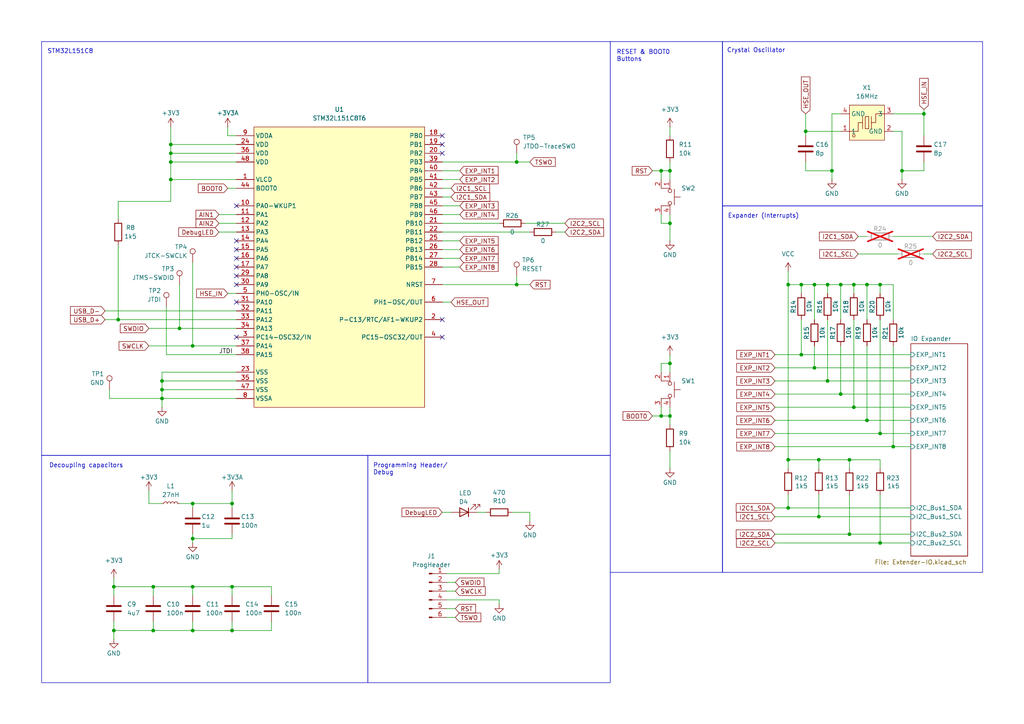
<source format=kicad_sch>
(kicad_sch (version 20231120) (generator "eeschema") (generator_version "8.0")
  (paper "A4")
  (title_block (title "Microcontroller logic and I2C busses") (date "2024-10-18") (rev "v0.9.2"))
  (lib_symbols
    (symbol "Connector:Conn_01x06_Pin" (pin_names (offset 1.016) hide)
      (property "Reference" "J" (at 0 7.62 0))
      (property "Value" "Conn_01x06_Pin" (at 0 -10.16 0))
      (symbol "Conn_01x06_Pin_1_1"
        (polyline (pts (xy 1.27 -7.62) (xy 0.8636 -7.62)) (stroke (width 0.1524)))
        (polyline (pts (xy 1.27 -5.08) (xy 0.8636 -5.08)) (stroke (width 0.1524)))
        (polyline (pts (xy 1.27 -2.54) (xy 0.8636 -2.54)) (stroke (width 0.1524)))
        (polyline (pts (xy 1.27 0) (xy 0.8636 0)) (stroke (width 0.1524)))
        (polyline (pts (xy 1.27 2.54) (xy 0.8636 2.54)) (stroke (width 0.1524)))
        (polyline (pts (xy 1.27 5.08) (xy 0.8636 5.08)) (stroke (width 0.1524)))
        (rectangle (start 0.8636 -7.493) (end 0 -7.747) (stroke (width 0.1524)) (fill (type outline)))
        (rectangle (start 0.8636 -4.953) (end 0 -5.207) (stroke (width 0.1524)) (fill (type outline)))
        (rectangle (start 0.8636 -2.413) (end 0 -2.667) (stroke (width 0.1524)) (fill (type outline)))
        (rectangle (start 0.8636 0.127) (end 0 -0.127) (stroke (width 0.1524)) (fill (type outline)))
        (rectangle (start 0.8636 2.667) (end 0 2.413) (stroke (width 0.1524)) (fill (type outline)))
        (rectangle (start 0.8636 5.207) (end 0 4.953) (stroke (width 0.1524)) (fill (type outline)))
        (pin passive line (at 5.08 5.08 180) (length 3.81) (name "Pin_1") (number "1"))
        (pin passive line (at 5.08 2.54 180) (length 3.81) (name "Pin_2") (number "2"))
        (pin passive line (at 5.08 0 180) (length 3.81) (name "Pin_3") (number "3"))
        (pin passive line (at 5.08 -2.54 180) (length 3.81) (name "Pin_4") (number "4"))
        (pin passive line (at 5.08 -5.08 180) (length 3.81) (name "Pin_5") (number "5"))
        (pin passive line (at 5.08 -7.62 180) (length 3.81) (name "Pin_6") (number "6"))
      )
    )
    (symbol "Connector:TestPoint" (pin_numbers hide) (pin_names (offset 0.762) hide)
      (property "Reference" "TP" (at 0 6.858 0))
      (property "Value" "TestPoint" (at 0 5.08 0))
      (symbol "TestPoint_0_1"
        (circle (center 0 3.302) (radius 0.762))
      )
      (symbol "TestPoint_1_1"
        (pin passive line (at 0 0 90) (length 2.54) (name "1") (number "1"))
      )
    )
    (symbol "Device:C" (pin_numbers hide) (pin_names (offset 0.254))
      (property "Reference" "C" (at 0.635 2.54 0))
      (property "Value" "C" (at 0.635 -2.54 0))
      (symbol "C_0_1"
        (polyline (pts (xy -2.032 -0.762) (xy 2.032 -0.762)) (stroke (width 0.508)))
        (polyline (pts (xy -2.032 0.762) (xy 2.032 0.762)) (stroke (width 0.508)))
      )
      (symbol "C_1_1"
        (pin passive line (at 0 3.81 270) (length 2.794) (name "~") (number "1"))
        (pin passive line (at 0 -3.81 90) (length 2.794) (name "~") (number "2"))
      )
    )
    (symbol "Device:LED" (pin_numbers hide) (pin_names (offset 1.016) hide)
      (property "Reference" "D" (at 0 2.54 0))
      (property "Value" "LED" (at 0 -2.54 0))
      (symbol "LED_0_1"
        (polyline (pts (xy -1.27 -1.27) (xy -1.27 1.27)) (stroke (width 0.254)))
        (polyline (pts (xy -1.27 0) (xy 1.27 0)))
        (polyline (pts (xy 1.27 -1.27) (xy 1.27 1.27) (xy -1.27 0) (xy 1.27 -1.27)) (stroke (width 0.254)))
        (polyline (pts (xy -3.048 -0.762) (xy -4.572 -2.286) (xy -3.81 -2.286) (xy -4.572 -2.286) (xy -4.572 -1.524)))
        (polyline (pts (xy -1.778 -0.762) (xy -3.302 -2.286) (xy -2.54 -2.286) (xy -3.302 -2.286) (xy -3.302 -1.524)))
      )
      (symbol "LED_1_1"
        (pin passive line (at -3.81 0 0) (length 2.54) (name "K") (number "1"))
        (pin passive line (at 3.81 0 180) (length 2.54) (name "A") (number "2"))
      )
    )
    (symbol "Device:L_Small" (pin_numbers hide) (pin_names (offset 0.254) hide)
      (property "Reference" "L" (at 0.762 1.016 0))
      (property "Value" "L_Small" (at 0.762 -1.016 0))
      (symbol "L_Small_0_1"
        (arc (start 0 -2.032) (mid 0.5058 -1.524) (end 0 -1.016))
        (arc (start 0 -1.016) (mid 0.5058 -0.508) (end 0 0))
        (arc (start 0 0) (mid 0.5058 0.508) (end 0 1.016))
        (arc (start 0 1.016) (mid 0.5058 1.524) (end 0 2.032))
      )
      (symbol "L_Small_1_1"
        (pin passive line (at 0 2.54 270) (length 0.508) (name "~") (number "1"))
        (pin passive line (at 0 -2.54 90) (length 0.508) (name "~") (number "2"))
      )
    )
    (symbol "Device:R" (pin_numbers hide) (pin_names (offset 0))
      (property "Reference" "R" (at 2.032 0 90))
      (property "Value" "R" (at 0 0 90))
      (symbol "R_0_1"
        (rectangle (start -1.016 -2.54) (end 1.016 2.54) (stroke (width 0.254)))
      )
      (symbol "R_1_1"
        (pin passive line (at 0 3.81 270) (length 1.27) (name "~") (number "1"))
        (pin passive line (at 0 -3.81 90) (length 1.27) (name "~") (number "2"))
      )
    )
    (symbol "Switch:SW_MEC_5E" (pin_names (offset 1.016) hide)
      (property "Reference" "SW" (at 0.635 5.715 0))
      (property "Value" "SW_MEC_5E" (at 0 -3.175 0))
      (symbol "SW_MEC_5E_0_1"
        (circle (center -1.778 2.54) (radius 0.508))
        (polyline (pts (xy -2.286 3.81) (xy 2.286 3.81)))
        (polyline (pts (xy 0 3.81) (xy 0 5.588)))
        (polyline (pts (xy -2.54 0) (xy -2.54 2.54) (xy -2.286 2.54)))
        (polyline (pts (xy 2.54 0) (xy 2.54 2.54) (xy 2.286 2.54)))
        (circle (center 1.778 2.54) (radius 0.508))
        (pin passive line (at -5.08 2.54 0) (length 2.54) (name "1") (number "1"))
        (pin passive line (at -5.08 0 0) (length 2.54) (name "2") (number "2"))
        (pin passive line (at 5.08 0 180) (length 2.54) (name "K") (number "3"))
        (pin passive line (at 5.08 2.54 180) (length 2.54) (name "A") (number "4"))
      )
    )
    (symbol "easyeda2kicad:STM32L151C8T6"
      (property "Reference" "U" (at 0 43.18 0))
      (property "Value" "STM32L151C8T6" (at 0 -43.18 0))
      (symbol "STM32L151C8T6_0_1"
        (rectangle (start -25.4 40.64) (end 24.13 -40.64) (fill (type background)))
        (pin power_in line (at -30.48 25.4 0) (length 5.08) (name "VLCD") (number "1"))
        (pin unspecified line (at -30.48 17.78 0) (length 5.08) (name "PA0-WKUP1") (number "10"))
        (pin unspecified line (at -30.48 15.24 0) (length 5.08) (name "PA1") (number "11"))
        (pin unspecified line (at -30.48 12.7 0) (length 5.08) (name "PA2") (number "12"))
        (pin unspecified line (at -30.48 10.16 0) (length 5.08) (name "PA3") (number "13"))
        (pin unspecified line (at -30.48 7.62 0) (length 5.08) (name "PA4") (number "14"))
        (pin unspecified line (at -30.48 5.08 0) (length 5.08) (name "PA5") (number "15"))
        (pin unspecified line (at -30.48 2.54 0) (length 5.08) (name "PA6") (number "16"))
        (pin unspecified line (at -30.48 0 0) (length 5.08) (name "PA7") (number "17"))
        (pin unspecified line (at 29.21 38.1 180) (length 5.08) (name "PB0") (number "18"))
        (pin unspecified line (at 29.21 35.56 180) (length 5.08) (name "PB1") (number "19"))
        (pin unspecified line (at 29.21 -15.24 180) (length 5.08) (name "P-C13/RTC/AF1-WKUP2") (number "2"))
        (pin unspecified line (at 29.21 33.02 180) (length 5.08) (name "PB2") (number "20"))
        (pin unspecified line (at 29.21 12.7 180) (length 5.08) (name "PB10") (number "21"))
        (pin unspecified line (at 29.21 10.16 180) (length 5.08) (name "PB11") (number "22"))
        (pin power_in line (at -30.48 -30.48 0) (length 5.08) (name "VSS") (number "23"))
        (pin power_in line (at -30.48 35.56 0) (length 5.08) (name "VDD") (number "24"))
        (pin unspecified line (at 29.21 7.62 180) (length 5.08) (name "PB12") (number "25"))
        (pin unspecified line (at 29.21 5.08 180) (length 5.08) (name "PB13") (number "26"))
        (pin unspecified line (at 29.21 2.54 180) (length 5.08) (name "PB14") (number "27"))
        (pin unspecified line (at 29.21 0 180) (length 5.08) (name "PB15") (number "28"))
        (pin unspecified line (at -30.48 -2.54 0) (length 5.08) (name "PA8") (number "29"))
        (pin input line (at -30.48 -20.32 0) (length 5.08) (name "PC14-OSC32/IN") (number "3"))
        (pin unspecified line (at -30.48 -5.08 0) (length 5.08) (name "PA9") (number "30"))
        (pin unspecified line (at -30.48 -10.16 0) (length 5.08) (name "PA10") (number "31"))
        (pin unspecified line (at -30.48 -12.7 0) (length 5.08) (name "PA11") (number "32"))
        (pin unspecified line (at -30.48 -15.24 0) (length 5.08) (name "PA12") (number "33"))
        (pin unspecified line (at -30.48 -17.78 0) (length 5.08) (name "PA13") (number "34"))
        (pin power_in line (at -30.48 -33.02 0) (length 5.08) (name "VSS") (number "35"))
        (pin power_in line (at -30.48 33.02 0) (length 5.08) (name "VDD") (number "36"))
        (pin unspecified line (at -30.48 -22.86 0) (length 5.08) (name "PA14") (number "37"))
        (pin unspecified line (at -30.48 -25.4 0) (length 5.08) (name "PA15") (number "38"))
        (pin unspecified line (at 29.21 30.48 180) (length 5.08) (name "PB3") (number "39"))
        (pin output line (at 29.21 -20.32 180) (length 5.08) (name "PC15-OSC32/OUT") (number "4"))
        (pin unspecified line (at 29.21 27.94 180) (length 5.08) (name "PB4") (number "40"))
        (pin unspecified line (at 29.21 25.4 180) (length 5.08) (name "PB5") (number "41"))
        (pin unspecified line (at 29.21 22.86 180) (length 5.08) (name "PB6") (number "42"))
        (pin unspecified line (at 29.21 20.32 180) (length 5.08) (name "PB7") (number "43"))
        (pin input line (at -30.48 22.86 0) (length 5.08) (name "BOOT0") (number "44"))
        (pin unspecified line (at 29.21 17.78 180) (length 5.08) (name "PB8") (number "45"))
        (pin unspecified line (at 29.21 15.24 180) (length 5.08) (name "PB9") (number "46"))
        (pin power_in line (at -30.48 -35.56 0) (length 5.08) (name "VSS") (number "47"))
        (pin power_in line (at -30.48 30.48 0) (length 5.08) (name "VDD") (number "48"))
        (pin input line (at -30.48 -7.62 0) (length 5.08) (name "PH0-OSC/IN") (number "5"))
        (pin output line (at 29.21 -10.16 180) (length 5.08) (name "PH1-OSC/OUT") (number "6"))
        (pin unspecified line (at 29.21 -5.08 180) (length 5.08) (name "NRST") (number "7"))
        (pin power_in line (at -30.48 -38.1 0) (length 5.08) (name "VSSA") (number "8"))
        (pin power_in line (at -30.48 38.1 0) (length 5.08) (name "VDDA") (number "9"))
      )
    )
    (symbol "easyeda2kicad:TZ0233A"
      (property "Reference" "X" (at 0 7.62 0))
      (property "Value" "TZ0233A" (at 0 -7.62 0))
      (symbol "TZ0233A_0_1"
        (rectangle (start -5.08 5.08) (end 5.08 -5.08) (fill (type background)))
        (circle (center -3.81 -3.81) (radius 0.38))
        (rectangle (start -0.51 1.78) (end 0.51 -1.78) (fill (type background)))
        (polyline (pts (xy -1.27 -1.78) (xy -1.27 1.78)))
        (polyline (pts (xy 1.27 -1.78) (xy 1.27 1.78)))
        (polyline (pts (xy -5.08 -2.54) (xy -2.54 -2.54) (xy -2.54 0) (xy -1.27 0)))
        (polyline (pts (xy 5.08 2.54) (xy 2.54 2.54) (xy 2.54 0) (xy 1.27 0)))
        (pin input line (at -7.62 -2.54 0) (length 2.54) (name "1") (number "1"))
        (pin input line (at 7.62 -2.54 180) (length 2.54) (name "GND") (number "2"))
        (pin input line (at 7.62 2.54 180) (length 2.54) (name "3") (number "3"))
        (pin input line (at -7.62 2.54 0) (length 2.54) (name "GND") (number "4"))
      )
    )
    (symbol "power:+3V3" (power) (pin_numbers hide) (pin_names (offset 0) hide)
      (property "Value" "+3V3" (at 0 3.556 0))
      (symbol "+3V3_0_1"
        (polyline (pts (xy -0.762 1.27) (xy 0 2.54)))
        (polyline (pts (xy 0 0) (xy 0 2.54)))
        (polyline (pts (xy 0 2.54) (xy 0.762 1.27)))
      )
      (symbol "+3V3_1_1"
        (pin power_in line (at 0 0 90) (length 0) (name "~") (number "1"))
      )
    )
    (symbol "power:GND" (power) (pin_numbers hide) (pin_names (offset 0) hide)
      (property "Value" "GND" (at 0 -3.81 0))
      (symbol "GND_0_1"
        (polyline (pts (xy 0 0) (xy 0 -1.27) (xy 1.27 -1.27) (xy 0 -2.54) (xy -1.27 -1.27) (xy 0 -1.27)))
      )
      (symbol "GND_1_1"
        (pin power_in line (at 0 0 270) (length 0) (name "~") (number "1"))
      )
    )
    (symbol "power:VCC" (power) (pin_numbers hide) (pin_names (offset 0) hide)
      (property "Value" "VCC" (at 0 3.556 0))
      (symbol "VCC_0_1"
        (polyline (pts (xy -0.762 1.27) (xy 0 2.54)))
        (polyline (pts (xy 0 0) (xy 0 2.54)))
        (polyline (pts (xy 0 2.54) (xy 0.762 1.27)))
      )
      (symbol "VCC_1_1"
        (pin power_in line (at 0 0 90) (length 0) (name "~") (number "1"))
      )
    )
  )
  (junction (at 233.68 38.1))
  (junction (at 44.45 170.18))
  (junction (at 194.31 64.77))
  (junction (at 33.02 182.88))
  (junction (at 44.45 182.88))
  (junction (at 255.27 157.48))
  (junction (at 228.6 147.32))
  (junction (at 246.38 133.35))
  (junction (at 236.22 82.55))
  (junction (at 34.29 92.71))
  (junction (at 191.77 120.65))
  (junction (at 259.08 129.54))
  (junction (at 52.07 95.25))
  (junction (at 267.97 33.02))
  (junction (at 33.02 170.18))
  (junction (at 232.41 102.87))
  (junction (at 237.49 133.35))
  (junction (at 67.31 146.05))
  (junction (at 240.03 110.49))
  (junction (at 194.31 120.65))
  (junction (at 46.99 115.57))
  (junction (at 243.84 114.3))
  (junction (at 149.86 82.55))
  (junction (at 251.46 121.92))
  (junction (at 194.31 105.41))
  (junction (at 228.6 133.35))
  (junction (at 46.99 110.49))
  (junction (at 55.88 100.33))
  (junction (at 194.31 49.53))
  (junction (at 67.31 182.88))
  (junction (at 46.99 113.03))
  (junction (at 55.88 182.88))
  (junction (at 49.53 41.91))
  (junction (at 55.88 156.21))
  (junction (at 149.86 46.99))
  (junction (at 247.65 82.55))
  (junction (at 255.27 125.73))
  (junction (at 237.49 149.86))
  (junction (at 49.53 52.07))
  (junction (at 246.38 154.94))
  (junction (at 191.77 49.53))
  (junction (at 247.65 118.11))
  (junction (at 49.53 46.99))
  (junction (at 228.6 82.55))
  (junction (at 255.27 82.55))
  (junction (at 240.03 82.55))
  (junction (at 55.88 170.18))
  (junction (at 232.41 82.55))
  (junction (at 251.46 82.55))
  (junction (at 67.31 170.18))
  (junction (at 55.88 146.05))
  (junction (at 236.22 106.68))
  (junction (at 49.53 44.45))
  (junction (at 241.3 49.53))
  (junction (at 243.84 82.55))
  (junction (at 261.62 49.53))
  (no_connect (at 68.58 80.01))
  (no_connect (at 68.58 72.39))
  (no_connect (at 128.27 41.91))
  (no_connect (at 128.27 39.37))
  (no_connect (at 68.58 69.85))
  (no_connect (at 68.58 97.79))
  (no_connect (at 68.58 82.55))
  (no_connect (at 128.27 97.79))
  (no_connect (at 128.27 44.45))
  (no_connect (at 68.58 87.63))
  (no_connect (at 68.58 77.47))
  (no_connect (at 128.27 92.71))
  (no_connect (at 68.58 74.93))
  (no_connect (at 68.58 59.69))
  (wire (pts (xy 33.02 170.18) (xy 44.45 170.18)))
  (wire (pts (xy 44.45 172.72) (xy 44.45 170.18)))
  (wire (pts (xy 43.18 146.05) (xy 46.99 146.05)))
  (wire (pts (xy 237.49 149.86) (xy 264.16 149.86)))
  (wire (pts (xy 144.78 175.26) (xy 144.78 173.99)))
  (wire (pts (xy 246.38 133.35) (xy 246.38 135.89)))
  (wire (pts (xy 246.38 143.51) (xy 246.38 154.94)))
  (wire (pts (xy 191.77 120.65) (xy 194.31 120.65)))
  (wire (pts (xy 194.31 64.77) (xy 194.31 69.85)))
  (wire (pts (xy 34.29 58.42) (xy 49.53 58.42)))
  (wire (pts (xy 52.07 95.25) (xy 68.58 95.25)))
  (wire (pts (xy 224.79 149.86) (xy 237.49 149.86)))
  (wire (pts (xy 55.88 100.33) (xy 68.58 100.33)))
  (wire (pts (xy 67.31 180.34) (xy 67.31 182.88)))
  (wire (pts (xy 237.49 143.51) (xy 237.49 149.86)))
  (wire (pts (xy 133.35 72.39) (xy 128.27 72.39)))
  (wire (pts (xy 243.84 33.02) (xy 241.3 33.02)))
  (wire (pts (xy 237.49 133.35) (xy 237.49 135.89)))
  (wire (pts (xy 55.88 76.2) (xy 55.88 100.33)))
  (wire (pts (xy 63.5 64.77) (xy 68.58 64.77)))
  (wire (pts (xy 63.5 67.31) (xy 68.58 67.31)))
  (wire (pts (xy 66.04 85.09) (xy 68.58 85.09)))
  (wire (pts (xy 149.86 80.01) (xy 149.86 82.55)))
  (wire (pts (xy 128.27 46.99) (xy 149.86 46.99)))
  (wire (pts (xy 33.02 170.18) (xy 33.02 172.72)))
  (wire (pts (xy 52.07 146.05) (xy 55.88 146.05)))
  (wire (pts (xy 248.92 73.66) (xy 260.35 73.66)))
  (wire (pts (xy 267.97 33.02) (xy 259.08 33.02)))
  (wire (pts (xy 194.31 105.41) (xy 194.31 107.95)))
  (wire (pts (xy 129.54 168.91) (xy 132.08 168.91)))
  (wire (pts (xy 68.58 107.95) (xy 46.99 107.95)))
  (wire (pts (xy 224.79 106.68) (xy 236.22 106.68)))
  (wire (pts (xy 240.03 92.71) (xy 240.03 110.49)))
  (wire (pts (xy 224.79 102.87) (xy 232.41 102.87)))
  (wire (pts (xy 243.84 82.55) (xy 240.03 82.55)))
  (wire (pts (xy 224.79 154.94) (xy 246.38 154.94)))
  (wire (pts (xy 144.78 165.1) (xy 144.78 166.37)))
  (wire (pts (xy 33.02 180.34) (xy 33.02 182.88)))
  (wire (pts (xy 55.88 170.18) (xy 55.88 172.72)))
  (wire (pts (xy 52.07 82.55) (xy 52.07 95.25)))
  (wire (pts (xy 237.49 133.35) (xy 246.38 133.35)))
  (wire (pts (xy 128.27 67.31) (xy 153.67 67.31)))
  (wire (pts (xy 67.31 142.24) (xy 67.31 146.05)))
  (wire (pts (xy 259.08 100.33) (xy 259.08 129.54)))
  (wire (pts (xy 191.77 49.53) (xy 194.31 49.53)))
  (wire (pts (xy 259.08 129.54) (xy 264.16 129.54)))
  (wire (pts (xy 31.75 115.57) (xy 31.75 113.03)))
  (wire (pts (xy 243.84 114.3) (xy 264.16 114.3)))
  (wire (pts (xy 255.27 92.71) (xy 255.27 125.73)))
  (wire (pts (xy 149.86 46.99) (xy 149.86 44.45)))
  (wire (pts (xy 261.62 38.1) (xy 259.08 38.1)))
  (wire (pts (xy 67.31 170.18) (xy 67.31 172.72)))
  (wire (pts (xy 191.77 107.95) (xy 191.77 105.41)))
  (wire (pts (xy 148.59 148.59) (xy 153.67 148.59)))
  (wire (pts (xy 267.97 49.53) (xy 261.62 49.53)))
  (wire (pts (xy 236.22 82.55) (xy 240.03 82.55)))
  (wire (pts (xy 34.29 71.12) (xy 34.29 92.71)))
  (wire (pts (xy 46.99 110.49) (xy 68.58 110.49)))
  (wire (pts (xy 44.45 182.88) (xy 33.02 182.88)))
  (wire (pts (xy 49.53 58.42) (xy 49.53 52.07)))
  (wire (pts (xy 149.86 46.99) (xy 153.67 46.99)))
  (wire (pts (xy 194.31 36.83) (xy 194.31 39.37)))
  (wire (pts (xy 153.67 151.13) (xy 153.67 148.59)))
  (wire (pts (xy 194.31 120.65) (xy 194.31 123.19)))
  (wire (pts (xy 49.53 41.91) (xy 68.58 41.91)))
  (wire (pts (xy 128.27 77.47) (xy 133.35 77.47)))
  (wire (pts (xy 68.58 46.99) (xy 49.53 46.99)))
  (wire (pts (xy 232.41 82.55) (xy 236.22 82.55)))
  (wire (pts (xy 43.18 142.24) (xy 43.18 146.05)))
  (wire (pts (xy 241.3 33.02) (xy 241.3 49.53)))
  (wire (pts (xy 43.18 100.33) (xy 55.88 100.33)))
  (wire (pts (xy 224.79 157.48) (xy 255.27 157.48)))
  (wire (pts (xy 261.62 38.1) (xy 261.62 49.53)))
  (wire (pts (xy 44.45 170.18) (xy 55.88 170.18)))
  (wire (pts (xy 30.48 90.17) (xy 68.58 90.17)))
  (wire (pts (xy 133.35 62.23) (xy 128.27 62.23)))
  (wire (pts (xy 78.74 182.88) (xy 67.31 182.88)))
  (wire (pts (xy 233.68 38.1) (xy 233.68 39.37)))
  (wire (pts (xy 191.77 105.41) (xy 194.31 105.41)))
  (wire (pts (xy 133.35 74.93) (xy 128.27 74.93)))
  (wire (pts (xy 228.6 82.55) (xy 228.6 133.35)))
  (wire (pts (xy 233.68 49.53) (xy 241.3 49.53)))
  (wire (pts (xy 232.41 82.55) (xy 232.41 85.09)))
  (wire (pts (xy 55.88 156.21) (xy 67.31 156.21)))
  (wire (pts (xy 247.65 118.11) (xy 264.16 118.11)))
  (wire (pts (xy 49.53 52.07) (xy 49.53 46.99)))
  (wire (pts (xy 130.81 54.61) (xy 128.27 54.61)))
  (wire (pts (xy 55.88 182.88) (xy 44.45 182.88)))
  (wire (pts (xy 224.79 110.49) (xy 240.03 110.49)))
  (wire (pts (xy 78.74 170.18) (xy 78.74 172.72)))
  (wire (pts (xy 224.79 129.54) (xy 259.08 129.54)))
  (wire (pts (xy 46.99 107.95) (xy 46.99 110.49)))
  (wire (pts (xy 33.02 182.88) (xy 33.02 185.42)))
  (wire (pts (xy 129.54 173.99) (xy 144.78 173.99)))
  (wire (pts (xy 133.35 49.53) (xy 128.27 49.53)))
  (wire (pts (xy 67.31 182.88) (xy 55.88 182.88)))
  (wire (pts (xy 255.27 143.51) (xy 255.27 157.48)))
  (wire (pts (xy 194.31 130.81) (xy 194.31 135.89)))
  (wire (pts (xy 246.38 154.94) (xy 264.16 154.94)))
  (wire (pts (xy 255.27 157.48) (xy 264.16 157.48)))
  (wire (pts (xy 49.53 52.07) (xy 68.58 52.07)))
  (wire (pts (xy 194.31 118.11) (xy 194.31 120.65)))
  (wire (pts (xy 236.22 106.68) (xy 264.16 106.68)))
  (wire (pts (xy 255.27 82.55) (xy 255.27 85.09)))
  (wire (pts (xy 55.88 180.34) (xy 55.88 182.88)))
  (wire (pts (xy 44.45 180.34) (xy 44.45 182.88)))
  (wire (pts (xy 243.84 100.33) (xy 243.84 114.3)))
  (wire (pts (xy 43.18 95.25) (xy 52.07 95.25)))
  (wire (pts (xy 194.31 49.53) (xy 194.31 52.07)))
  (wire (pts (xy 243.84 82.55) (xy 243.84 92.71)))
  (wire (pts (xy 267.97 31.75) (xy 267.97 33.02)))
  (wire (pts (xy 191.77 52.07) (xy 191.77 49.53)))
  (wire (pts (xy 49.53 46.99) (xy 49.53 44.45)))
  (wire (pts (xy 247.65 82.55) (xy 243.84 82.55)))
  (wire (pts (xy 66.04 36.83) (xy 66.04 39.37)))
  (wire (pts (xy 67.31 154.94) (xy 67.31 156.21)))
  (wire (pts (xy 247.65 92.71) (xy 247.65 118.11)))
  (wire (pts (xy 149.86 82.55) (xy 153.67 82.55)))
  (wire (pts (xy 68.58 102.87) (xy 48.26 102.87)))
  (wire (pts (xy 194.31 105.41) (xy 194.31 102.87)))
  (wire (pts (xy 130.81 148.59) (xy 128.27 148.59)))
  (wire (pts (xy 232.41 102.87) (xy 264.16 102.87)))
  (wire (pts (xy 55.88 170.18) (xy 67.31 170.18)))
  (wire (pts (xy 129.54 166.37) (xy 144.78 166.37)))
  (wire (pts (xy 233.68 46.99) (xy 233.68 49.53)))
  (wire (pts (xy 68.58 115.57) (xy 46.99 115.57)))
  (wire (pts (xy 241.3 49.53) (xy 241.3 52.07)))
  (wire (pts (xy 67.31 170.18) (xy 78.74 170.18)))
  (wire (pts (xy 194.31 49.53) (xy 194.31 46.99)))
  (wire (pts (xy 191.77 118.11) (xy 191.77 120.65)))
  (wire (pts (xy 34.29 58.42) (xy 34.29 63.5)))
  (wire (pts (xy 267.97 46.99) (xy 267.97 49.53)))
  (wire (pts (xy 68.58 44.45) (xy 49.53 44.45)))
  (wire (pts (xy 255.27 125.73) (xy 264.16 125.73)))
  (wire (pts (xy 133.35 69.85) (xy 128.27 69.85)))
  (wire (pts (xy 152.4 64.77) (xy 163.83 64.77)))
  (wire (pts (xy 163.83 67.31) (xy 161.29 67.31)))
  (wire (pts (xy 255.27 133.35) (xy 246.38 133.35)))
  (wire (pts (xy 55.88 146.05) (xy 55.88 147.32)))
  (wire (pts (xy 259.08 68.58) (xy 270.51 68.58)))
  (wire (pts (xy 251.46 121.92) (xy 264.16 121.92)))
  (wire (pts (xy 140.97 148.59) (xy 138.43 148.59)))
  (wire (pts (xy 267.97 73.66) (xy 270.51 73.66)))
  (wire (pts (xy 236.22 100.33) (xy 236.22 106.68)))
  (wire (pts (xy 236.22 82.55) (xy 236.22 92.71)))
  (wire (pts (xy 67.31 147.32) (xy 67.31 146.05)))
  (wire (pts (xy 46.99 115.57) (xy 46.99 118.11)))
  (wire (pts (xy 55.88 156.21) (xy 55.88 157.48)))
  (wire (pts (xy 224.79 114.3) (xy 243.84 114.3)))
  (wire (pts (xy 34.29 92.71) (xy 68.58 92.71)))
  (wire (pts (xy 191.77 62.23) (xy 191.77 64.77)))
  (wire (pts (xy 240.03 110.49) (xy 264.16 110.49)))
  (wire (pts (xy 129.54 176.53) (xy 132.08 176.53)))
  (wire (pts (xy 248.92 68.58) (xy 251.46 68.58)))
  (wire (pts (xy 66.04 54.61) (xy 68.58 54.61)))
  (wire (pts (xy 55.88 154.94) (xy 55.88 156.21)))
  (wire (pts (xy 194.31 64.77) (xy 194.31 62.23)))
  (wire (pts (xy 133.35 52.07) (xy 128.27 52.07)))
  (wire (pts (xy 66.04 39.37) (xy 68.58 39.37)))
  (wire (pts (xy 133.35 59.69) (xy 128.27 59.69)))
  (wire (pts (xy 259.08 92.71) (xy 259.08 82.55)))
  (wire (pts (xy 49.53 36.83) (xy 49.53 41.91)))
  (wire (pts (xy 251.46 82.55) (xy 247.65 82.55)))
  (wire (pts (xy 228.6 82.55) (xy 228.6 78.74)))
  (wire (pts (xy 255.27 82.55) (xy 251.46 82.55)))
  (wire (pts (xy 46.99 110.49) (xy 46.99 113.03)))
  (wire (pts (xy 228.6 143.51) (xy 228.6 147.32)))
  (wire (pts (xy 251.46 100.33) (xy 251.46 121.92)))
  (wire (pts (xy 233.68 33.02) (xy 233.68 38.1)))
  (wire (pts (xy 255.27 135.89) (xy 255.27 133.35)))
  (wire (pts (xy 247.65 82.55) (xy 247.65 85.09)))
  (wire (pts (xy 46.99 113.03) (xy 68.58 113.03)))
  (wire (pts (xy 130.81 57.15) (xy 128.27 57.15)))
  (wire (pts (xy 189.23 49.53) (xy 191.77 49.53)))
  (wire (pts (xy 55.88 146.05) (xy 67.31 146.05)))
  (wire (pts (xy 78.74 180.34) (xy 78.74 182.88)))
  (wire (pts (xy 267.97 33.02) (xy 267.97 39.37)))
  (wire (pts (xy 228.6 133.35) (xy 237.49 133.35)))
  (wire (pts (xy 63.5 62.23) (xy 68.58 62.23)))
  (wire (pts (xy 129.54 179.07) (xy 132.08 179.07)))
  (wire (pts (xy 240.03 82.55) (xy 240.03 85.09)))
  (wire (pts (xy 33.02 167.64) (xy 33.02 170.18)))
  (wire (pts (xy 128.27 64.77) (xy 144.78 64.77)))
  (wire (pts (xy 189.23 120.65) (xy 191.77 120.65)))
  (wire (pts (xy 228.6 147.32) (xy 264.16 147.32)))
  (wire (pts (xy 130.81 87.63) (xy 128.27 87.63)))
  (wire (pts (xy 48.26 102.87) (xy 48.26 88.9)))
  (wire (pts (xy 224.79 147.32) (xy 228.6 147.32)))
  (wire (pts (xy 46.99 113.03) (xy 46.99 115.57)))
  (wire (pts (xy 30.48 92.71) (xy 34.29 92.71)))
  (wire (pts (xy 224.79 118.11) (xy 247.65 118.11)))
  (wire (pts (xy 255.27 82.55) (xy 259.08 82.55)))
  (wire (pts (xy 31.75 115.57) (xy 46.99 115.57)))
  (wire (pts (xy 233.68 38.1) (xy 243.84 38.1)))
  (wire (pts (xy 191.77 64.77) (xy 194.31 64.77)))
  (wire (pts (xy 129.54 171.45) (xy 132.08 171.45)))
  (wire (pts (xy 232.41 92.71) (xy 232.41 102.87)))
  (wire (pts (xy 224.79 121.92) (xy 251.46 121.92)))
  (wire (pts (xy 228.6 82.55) (xy 232.41 82.55)))
  (wire (pts (xy 228.6 133.35) (xy 228.6 135.89)))
  (wire (pts (xy 251.46 82.55) (xy 251.46 92.71)))
  (wire (pts (xy 261.62 49.53) (xy 261.62 52.07)))
  (wire (pts (xy 49.53 44.45) (xy 49.53 41.91)))
  (wire (pts (xy 224.79 125.73) (xy 255.27 125.73)))
  (wire (pts (xy 128.27 82.55) (xy 149.86 82.55)))
  (rectangle (start 106.68 132.08) (end 176.9968 198.0069))
  (rectangle (start 12.065 132.08) (end 106.68 198.007))
  (rectangle (start 209.55 12.065) (end 284.9968 59.69))
  (rectangle (start 176.9989 12.065) (end 209.55 166.0071))
  (rectangle (start 12.065 12.065) (end 177.0086 132.08))
  (rectangle (start 209.55 59.7088) (end 284.9925 166.0113))
  (text "STM32L151C8" (at 13.716 14.986 0) (effects (font (size 1.27 1.27)) (justify left)))
  (text "RESET & BOOT0 \nButtons" (at 178.816 14.478 0) (effects (font (size 1.27 1.27)) (justify left top)))
  (text "Crystal Oscillator" (at 210.82 13.97 0) (effects (font (size 1.27 1.27)) (justify left top)))
  (text "Decoupling capacitors" (at 14.224 134.366 0) (effects (font (size 1.27 1.27)) (justify left top)))
  (text "Programming Header/\nDebug\n\n" (at 108.204 134.366 0) (effects (font (size 1.27 1.27)) (justify left top)))
  (text "Expander (Interrupts)" (at 211.074 61.976 0) (effects (font (size 1.27 1.27)) (justify left top)))
  (label "JTDI" (at 63.5 102.87 0))
  (global_label "I2C1_SDA" (shape input) (at 224.79 147.32 180) (property "Intersheetrefs" "${INTERSHEET_REFS}" (effects (hide yes))))
  (global_label "I2C1_SCL" (shape input) (at 224.79 149.86 180) (property "Intersheetrefs" "${INTERSHEET_REFS}" (effects (hide yes))))
  (global_label "BOOT0" (shape input) (at 189.23 120.65 180) (property "Intersheetrefs" "${INTERSHEET_REFS}" (effects (hide yes))))
  (global_label "USB_D+" (shape input) (at 30.48 92.71 180) (property "Intersheetrefs" "${INTERSHEET_REFS}" (effects (hide yes))))
  (global_label "EXP_INT5" (shape input) (at 133.35 69.85 0) (property "Intersheetrefs" "${INTERSHEET_REFS}" (effects (hide yes))))
  (global_label "EXP_INT8" (shape input) (at 133.35 77.47 0) (property "Intersheetrefs" "${INTERSHEET_REFS}" (effects (hide yes))))
  (global_label "EXP_INT6" (shape input) (at 224.79 121.92 180) (property "Intersheetrefs" "${INTERSHEET_REFS}" (effects (hide yes))))
  (global_label "RST" (shape input) (at 132.08 176.53 0) (property "Intersheetrefs" "${INTERSHEET_REFS}" (effects (hide yes))))
  (global_label "EXP_INT2" (shape input) (at 224.79 106.68 180) (property "Intersheetrefs" "${INTERSHEET_REFS}" (effects (hide yes))))
  (global_label "TSWO" (shape input) (at 153.67 46.99 0) (property "Intersheetrefs" "${INTERSHEET_REFS}" (effects (hide yes))))
  (global_label "I2C2_SDA" (shape input) (at 163.83 67.31 0) (property "Intersheetrefs" "${INTERSHEET_REFS}" (effects (hide yes))))
  (global_label "HSE_IN" (shape input) (at 267.97 31.75 90) (property "Intersheetrefs" "${INTERSHEET_REFS}" (effects (hide yes))))
  (global_label "I2C2_SDA" (shape input) (at 224.79 154.94 180) (property "Intersheetrefs" "${INTERSHEET_REFS}" (effects (hide yes))))
  (global_label "I2C1_SCL" (shape input) (at 248.92 73.66 180) (property "Intersheetrefs" "${INTERSHEET_REFS}" (effects (hide yes))))
  (global_label "EXP_INT5" (shape input) (at 224.79 118.11 180) (property "Intersheetrefs" "${INTERSHEET_REFS}" (effects (hide yes))))
  (global_label "RST" (shape input) (at 189.23 49.53 180) (property "Intersheetrefs" "${INTERSHEET_REFS}" (effects (hide yes))))
  (global_label "BOOT0" (shape input) (at 66.04 54.61 180) (property "Intersheetrefs" "${INTERSHEET_REFS}" (effects (hide yes))))
  (global_label "I2C2_SCL" (shape input) (at 270.51 73.66 0) (property "Intersheetrefs" "${INTERSHEET_REFS}" (effects (hide yes))))
  (global_label "EXP_INT7" (shape input) (at 133.35 74.93 0) (property "Intersheetrefs" "${INTERSHEET_REFS}" (effects (hide yes))))
  (global_label "I2C1_SDA" (shape input) (at 248.92 68.58 180) (property "Intersheetrefs" "${INTERSHEET_REFS}" (effects (hide yes))))
  (global_label "SWDIO" (shape input) (at 132.08 168.91 0) (property "Intersheetrefs" "${INTERSHEET_REFS}" (effects (hide yes))))
  (global_label "HSE_OUT" (shape input) (at 233.68 33.02 90) (property "Intersheetrefs" "${INTERSHEET_REFS}" (effects (hide yes))))
  (global_label "RST" (shape input) (at 153.67 82.55 0) (property "Intersheetrefs" "${INTERSHEET_REFS}" (effects (hide yes))))
  (global_label "I2C2_SDA" (shape input) (at 270.51 68.58 0) (property "Intersheetrefs" "${INTERSHEET_REFS}" (effects (hide yes))))
  (global_label "AIN1" (shape input) (at 63.5 62.23 180) (property "Intersheetrefs" "${INTERSHEET_REFS}" (effects (hide yes))))
  (global_label "EXP_INT1" (shape input) (at 133.35 49.53 0) (property "Intersheetrefs" "${INTERSHEET_REFS}" (effects (hide yes))))
  (global_label "EXP_INT4" (shape input) (at 133.35 62.23 0) (property "Intersheetrefs" "${INTERSHEET_REFS}" (effects (hide yes))))
  (global_label "EXP_INT4" (shape input) (at 224.79 114.3 180) (property "Intersheetrefs" "${INTERSHEET_REFS}" (effects (hide yes))))
  (global_label "SWCLK" (shape input) (at 132.08 171.45 0) (property "Intersheetrefs" "${INTERSHEET_REFS}" (effects (hide yes))))
  (global_label "HSE_OUT" (shape input) (at 130.81 87.63 0) (property "Intersheetrefs" "${INTERSHEET_REFS}" (effects (hide yes))))
  (global_label "DebugLED" (shape input) (at 128.27 148.59 180) (property "Intersheetrefs" "${INTERSHEET_REFS}" (effects (hide yes))))
  (global_label "AIN2" (shape input) (at 63.5 64.77 180) (property "Intersheetrefs" "${INTERSHEET_REFS}" (effects (hide yes))))
  (global_label "I2C2_SCL" (shape input) (at 224.79 157.48 180) (property "Intersheetrefs" "${INTERSHEET_REFS}" (effects (hide yes))))
  (global_label "SWCLK" (shape input) (at 43.18 100.33 180) (property "Intersheetrefs" "${INTERSHEET_REFS}" (effects (hide yes))))
  (global_label "USB_D-" (shape input) (at 30.48 90.17 180) (property "Intersheetrefs" "${INTERSHEET_REFS}" (effects (hide yes))))
  (global_label "EXP_INT2" (shape input) (at 133.35 52.07 0) (property "Intersheetrefs" "${INTERSHEET_REFS}" (effects (hide yes))))
  (global_label "HSE_IN" (shape input) (at 66.04 85.09 180) (property "Intersheetrefs" "${INTERSHEET_REFS}" (effects (hide yes))))
  (global_label "EXP_INT3" (shape input) (at 133.35 59.69 0) (property "Intersheetrefs" "${INTERSHEET_REFS}" (effects (hide yes))))
  (global_label "EXP_INT6" (shape input) (at 133.35 72.39 0) (property "Intersheetrefs" "${INTERSHEET_REFS}" (effects (hide yes))))
  (global_label "I2C1_SCL" (shape input) (at 130.81 54.61 0) (property "Intersheetrefs" "${INTERSHEET_REFS}" (effects (hide yes))))
  (global_label "DebugLED" (shape input) (at 63.5 67.31 180) (property "Intersheetrefs" "${INTERSHEET_REFS}" (effects (hide yes))))
  (global_label "EXP_INT8" (shape input) (at 224.79 129.54 180) (property "Intersheetrefs" "${INTERSHEET_REFS}" (effects (hide yes))))
  (global_label "EXP_INT7" (shape input) (at 224.79 125.73 180) (property "Intersheetrefs" "${INTERSHEET_REFS}" (effects (hide yes))))
  (global_label "I2C1_SDA" (shape input) (at 130.81 57.15 0) (property "Intersheetrefs" "${INTERSHEET_REFS}" (effects (hide yes))))
  (global_label "I2C2_SCL" (shape input) (at 163.83 64.77 0) (property "Intersheetrefs" "${INTERSHEET_REFS}" (effects (hide yes))))
  (global_label "EXP_INT1" (shape input) (at 224.79 102.87 180) (property "Intersheetrefs" "${INTERSHEET_REFS}" (effects (hide yes))))
  (global_label "TSWO" (shape input) (at 132.08 179.07 0) (property "Intersheetrefs" "${INTERSHEET_REFS}" (effects (hide yes))))
  (global_label "SWDIO" (shape input) (at 43.18 95.25 180) (property "Intersheetrefs" "${INTERSHEET_REFS}" (effects (hide yes))))
  (global_label "EXP_INT3" (shape input) (at 224.79 110.49 180) (property "Intersheetrefs" "${INTERSHEET_REFS}" (effects (hide yes))))
  (symbol (lib_id "Device:R") (at 194.31 127 180) (unit 1)
    (property "Reference" "R9" (at 196.85 125.7299 0) (effects (justify right)))
    (property "Value" "10k" (at 196.85 128.2699 0) (effects (justify right)))
    (property "Footprint" "Resistor_SMD:R_0603_1608Metric" (effects (hide yes)))
    (property "Description" "Resistor" (effects (hide yes)))
  )
  (symbol (lib_id "Device:R") (at 255.27 68.58 90) (mirror x) (unit 1) (dnp yes)
    (property "Reference" "R24" (at 255.2065 66.3575 90))
    (property "Value" "0" (at 255.27 71.12 90))
    (property "Footprint" "Resistor_SMD:R_0603_1608Metric" (effects (hide yes)))
    (property "Description" "Resistor" (effects (hide yes)))
  )
  (symbol (lib_id "Device:R") (at 255.27 139.7 180) (unit 1)
    (property "Reference" "R23" (at 257.048 138.684 0) (effects (justify right)))
    (property "Value" "1k5" (at 257.302 140.97 0) (effects (justify right)))
    (property "Footprint" "Resistor_SMD:R_0603_1608Metric" (effects (hide yes)))
    (property "Description" "Resistor" (effects (hide yes)))
  )
  (symbol (lib_id "Device:R") (at 264.16 73.66 90) (mirror x) (unit 1) (dnp yes)
    (property "Reference" "R25" (at 264.0965 71.4375 90))
    (property "Value" "0" (at 264.16 76.2 90))
    (property "Footprint" "Resistor_SMD:R_0603_1608Metric" (effects (hide yes)))
    (property "Description" "Resistor" (effects (hide yes)))
  )
  (symbol (lib_id "Device:R") (at 246.38 139.7 180) (unit 1)
    (property "Reference" "R22" (at 248.158 138.684 0) (effects (justify right)))
    (property "Value" "1k5" (at 248.412 140.97 0) (effects (justify right)))
    (property "Footprint" "Resistor_SMD:R_0603_1608Metric" (effects (hide yes)))
    (property "Description" "Resistor" (effects (hide yes)))
  )
  (symbol (lib_id "Device:C") (at 67.31 151.13 180) (unit 1)
    (property "Reference" "C13" (at 69.85 149.86 0) (effects (justify right)))
    (property "Value" "100n" (at 69.85 152.4 0) (effects (justify right)))
    (property "Footprint" "Capacitor_SMD:C_0603_1608Metric" (effects (hide yes)))
    (property "Description" "Unpolarized capacitor" (effects (hide yes)))
  )
  (symbol (lib_id "Connector:TestPoint") (at 31.75 113.03 0) (mirror y) (unit 1)
    (property "Reference" "TP1" (at 30.226 108.458 0) (effects (justify left)))
    (property "Value" "GND" (at 30.226 110.998 0) (effects (justify left)))
    (property "Footprint" "TestPoint:TestPoint_Pad_D1.0mm" (effects (hide yes)))
    (property "Description" "test point" (effects (hide yes)))
  )
  (symbol (lib_id "power:GND") (at 194.31 69.85 0) (mirror y) (unit 1)
    (property "Reference" "#PWR039" (effects (hide yes)))
    (property "Value" "GND" (at 194.31 73.914 0))
    (property "Description" "Power symbol creates a global label with name \"GND\" , ground" (effects (hide yes)))
  )
  (symbol (lib_id "Switch:SW_MEC_5E") (at 191.77 57.15 270) (unit 1)
    (property "Reference" "SW2" (at 199.644 54.61 90))
    (property "Value" "TS-1187A-B-A-B" (effects (hide yes)))
    (property "Footprint" "easyeda2kicad:SW-SMD_4P-L5.1-W5.1-P3.70-LS6.5-TL-2" (effects (hide yes)))
    (property "Datasheet" "https://lcsc.com/product-detail/Tactile-Switches_XKB-Enterprise-TS-1187-B-A-A_C318884.html" (effects (hide yes)))
    (property "LCSC Part" "C318884" (effects (hide yes)))
  )
  (symbol (lib_id "power:+3V3") (at 194.31 102.87 0) (unit 1)
    (property "Reference" "#PWR036" (effects (hide yes)))
    (property "Value" "+3V3" (at 194.31 97.79 0))
    (property "Description" "Power symbol creates a global label with name \"+3V3\"" (effects (hide yes)))
  )
  (symbol (lib_id "Device:C") (at 267.97 43.18 180) (unit 1)
    (property "Reference" "C17" (at 270.764 41.91 0) (effects (justify right)))
    (property "Value" "8p" (at 270.764 44.45 0) (effects (justify right)))
    (property "Footprint" "Capacitor_SMD:C_0603_1608Metric" (effects (hide yes)))
    (property "Description" "Unpolarized capacitor" (effects (hide yes)))
  )
  (symbol (lib_id "Device:C") (at 78.74 176.53 180) (unit 1)
    (property "Reference" "C15" (at 82.55 175.2599 0) (effects (justify right)))
    (property "Value" "100n" (at 82.55 177.7999 0) (effects (justify right)))
    (property "Footprint" "Capacitor_SMD:C_0603_1608Metric" (effects (hide yes)))
    (property "Description" "Unpolarized capacitor" (effects (hide yes)))
  )
  (symbol (lib_id "Device:R") (at 144.78 148.59 90) (unit 1)
    (property "Reference" "R10" (at 146.812 145.288 90) (effects (justify left)))
    (property "Value" "470" (at 146.685 142.8751 90) (effects (justify left)))
    (property "Footprint" "Resistor_SMD:R_0603_1608Metric" (effects (hide yes)))
    (property "Description" "Resistor" (effects (hide yes)))
  )
  (symbol (lib_id "Device:C") (at 233.68 43.18 180) (unit 1)
    (property "Reference" "C16" (at 236.474 41.91 0) (effects (justify right)))
    (property "Value" "8p" (at 236.474 44.45 0) (effects (justify right)))
    (property "Footprint" "Capacitor_SMD:C_0603_1608Metric" (effects (hide yes)))
    (property "Description" "Unpolarized capacitor" (effects (hide yes)))
  )
  (symbol (lib_id "Device:L_Small") (at 49.53 146.05 90) (unit 1)
    (property "Reference" "L1" (at 49.53 140.97 90))
    (property "Value" "27nH" (at 49.53 143.51 90))
    (property "Footprint" "Inductor_SMD:L_0603_1608Metric" (effects (hide yes)))
    (property "Datasheet" "https://www.lcsc.com/product-detail/Inductors-SMD_Sunlord-SDCL1608C27NJTDF_C12100.html" (effects (hide yes)))
    (property "Description" "Inductor, small symbol" (effects (hide yes)))
    (property "LCSC Part" "C12100" (effects (hide yes)))
  )
  (symbol (lib_id "power:+3V3") (at 66.04 36.83 0) (unit 1)
    (property "Reference" "#PWR030" (effects (hide yes)))
    (property "Value" "+3V3A" (at 66.04 32.766 0))
    (property "Description" "Power symbol creates a global label with name \"+3V3\"" (effects (hide yes)))
  )
  (symbol (lib_id "Connector:Conn_01x06_Pin") (at 124.46 171.45 0) (unit 1)
    (property "Reference" "J1" (at 125.095 161.29 0))
    (property "Value" "ProgHeader" (at 125.095 163.83 0))
    (property "Footprint" "easyeda2kicad:HDR-SMD_6P-P2.54-V-M-LS4.8_R2" (effects (hide yes)))
    (property "Datasheet" "https://www.lcsc.com/product-detail/Pin-Headers_XKB-Connection-X6511WVS-06H-C60D48R2_C2883763.html" (effects (hide yes)))
    (property "Description" "Generic connector, single row, 01x06, script generated" (effects (hide yes)))
    (property "LCSC Part" "C2883763" (effects (hide yes)))
  )
  (symbol (lib_id "Device:R") (at 232.41 88.9 180) (unit 1)
    (property "Reference" "R14" (at 230.124 90.932 90) (effects (justify right)))
    (property "Value" "10k" (at 234.696 90.678 90) (effects (justify right)))
    (property "Footprint" "Resistor_SMD:R_0603_1608Metric" (effects (hide yes)))
    (property "Description" "Resistor" (effects (hide yes)))
  )
  (symbol (lib_id "Device:R") (at 259.08 96.52 180) (unit 1)
    (property "Reference" "R21" (at 256.794 98.552 90) (effects (justify right)))
    (property "Value" "10k" (at 261.366 98.298 90) (effects (justify right)))
    (property "Footprint" "Resistor_SMD:R_0603_1608Metric" (effects (hide yes)))
    (property "Description" "Resistor" (effects (hide yes)))
  )
  (symbol (lib_id "Connector:TestPoint") (at 55.88 76.2 0) (mirror y) (unit 1)
    (property "Reference" "TP4" (at 54.356 71.628 0) (effects (justify left)))
    (property "Value" "JTCK-SWCLK" (at 54.356 74.168 0) (effects (justify left)))
    (property "Footprint" "TestPoint:TestPoint_Pad_D1.0mm" (effects (hide yes)))
    (property "Description" "test point" (effects (hide yes)))
  )
  (symbol (lib_id "power:VCC") (at 228.6 78.74 0) (unit 1)
    (property "Reference" "#PWR040" (effects (hide yes)))
    (property "Value" "VCC" (at 228.6 73.66 0))
    (property "Description" "Power symbol creates a global label with name \"VCC\"" (effects (hide yes)))
  )
  (symbol (lib_id "easyeda2kicad:TZ0233A") (at 251.46 35.56 0) (unit 1)
    (property "Reference" "X1" (at 251.46 25.4 0))
    (property "Value" "16MHz" (at 251.46 27.94 0))
    (property "Footprint" "easyeda2kicad:CRYSTAL-SMD_4P-L3.2-W2.5-BL_SIT8008BI" (effects (hide yes)))
    (property "Datasheet" "https://lcsc.com/product-detail/New-Arrivals_TST-TZ0233A_C498200.html" (effects (hide yes)))
    (property "LCSC Part" "C498200" (effects (hide yes)))
  )
  (symbol (lib_id "power:GND") (at 55.88 157.48 0) (unit 1)
    (property "Reference" "#PWR034" (effects (hide yes)))
    (property "Value" "GND" (at 55.88 161.544 0))
    (property "Description" "Power symbol creates a global label with name \"GND\" , ground" (effects (hide yes)))
  )
  (symbol (lib_id "Device:R") (at 247.65 88.9 180) (unit 1)
    (property "Reference" "R18" (at 245.364 90.932 90) (effects (justify right)))
    (property "Value" "10k" (at 249.936 90.678 90) (effects (justify right)))
    (property "Footprint" "Resistor_SMD:R_0603_1608Metric" (effects (hide yes)))
    (property "Description" "Resistor" (effects (hide yes)))
  )
  (symbol (lib_id "Device:R") (at 237.49 139.7 180) (unit 1)
    (property "Reference" "R13" (at 239.268 138.684 0) (effects (justify right)))
    (property "Value" "1k5" (at 239.522 140.97 0) (effects (justify right)))
    (property "Footprint" "Resistor_SMD:R_0603_1608Metric" (effects (hide yes)))
    (property "Description" "Resistor" (effects (hide yes)))
  )
  (symbol (lib_id "Device:R") (at 228.6 139.7 180) (unit 1)
    (property "Reference" "R12" (at 230.378 138.684 0) (effects (justify right)))
    (property "Value" "1k5" (at 230.632 140.97 0) (effects (justify right)))
    (property "Footprint" "Resistor_SMD:R_0603_1608Metric" (effects (hide yes)))
    (property "Description" "Resistor" (effects (hide yes)))
  )
  (symbol (lib_id "Device:C") (at 67.31 176.53 180) (unit 1)
    (property "Reference" "C14" (at 71.12 175.2599 0) (effects (justify right)))
    (property "Value" "100n" (at 71.12 177.7999 0) (effects (justify right)))
    (property "Footprint" "Capacitor_SMD:C_0603_1608Metric" (effects (hide yes)))
    (property "Description" "Unpolarized capacitor" (effects (hide yes)))
  )
  (symbol (lib_id "power:GND") (at 261.62 52.07 0) (unit 1)
    (property "Reference" "#PWR042" (effects (hide yes)))
    (property "Value" "GND" (at 261.62 56.134 0))
    (property "Description" "Power symbol creates a global label with name \"GND\" , ground" (effects (hide yes)))
  )
  (symbol (lib_id "Device:R") (at 255.27 88.9 180) (unit 1)
    (property "Reference" "R20" (at 252.984 90.932 90) (effects (justify right)))
    (property "Value" "10k" (at 257.556 90.678 90) (effects (justify right)))
    (property "Footprint" "Resistor_SMD:R_0603_1608Metric" (effects (hide yes)))
    (property "Description" "Resistor" (effects (hide yes)))
  )
  (symbol (lib_id "power:GND") (at 46.99 118.11 0) (unit 1)
    (property "Reference" "#PWR025" (effects (hide yes)))
    (property "Value" "GND" (at 46.99 122.174 0))
    (property "Description" "Power symbol creates a global label with name \"GND\" , ground" (effects (hide yes)))
  )
  (symbol (lib_id "Connector:TestPoint") (at 149.86 44.45 0) (unit 1)
    (property "Reference" "TP5" (at 151.638 39.878 0) (effects (justify left)))
    (property "Value" "JTDO-TraceSWO" (at 151.638 42.418 0) (effects (justify left)))
    (property "Footprint" "TestPoint:TestPoint_Pad_D1.0mm" (effects (hide yes)))
    (property "Description" "test point" (effects (hide yes)))
  )
  (symbol (lib_id "power:GND") (at 241.3 52.07 0) (unit 1)
    (property "Reference" "#PWR041" (effects (hide yes)))
    (property "Value" "GND" (at 241.3 56.134 0))
    (property "Description" "Power symbol creates a global label with name \"GND\" , ground" (effects (hide yes)))
  )
  (symbol (lib_id "Device:R") (at 34.29 67.31 0) (mirror y) (unit 1)
    (property "Reference" "R8" (at 37.846 66.04 0))
    (property "Value" "1k5" (at 37.846 68.58 0))
    (property "Footprint" "Resistor_SMD:R_0603_1608Metric" (effects (hide yes)))
    (property "Description" "Resistor" (effects (hide yes)))
  )
  (symbol (lib_id "easyeda2kicad:STM32L151C8T6") (at 99.06 77.47 0) (unit 1)
    (property "Reference" "U1" (at 98.425 31.75 0))
    (property "Value" "STM32L151C8T6" (at 98.425 34.29 0))
    (property "Footprint" "easyeda2kicad:LQFP-48_L7.0-W7.0-P0.50-LS9.0-BL" (effects (hide yes)))
    (property "Datasheet" "https://lcsc.com/product-detail/ST-Microelectronics_STMicroelectronics_STM32L151C8T6_STM32L151C8T6_C9861.html" (effects (hide yes)))
    (property "LCSC Part" "C9861" (effects (hide yes)))
  )
  (symbol (lib_id "power:+3V3") (at 67.31 142.24 0) (unit 1)
    (property "Reference" "#PWR035" (effects (hide yes)))
    (property "Value" "+3V3A" (at 67.31 138.43 0))
    (property "Description" "Power symbol creates a global label with name \"+3V3\"" (effects (hide yes)))
  )
  (symbol (lib_id "power:+3V3") (at 194.31 36.83 0) (unit 1)
    (property "Reference" "#PWR038" (effects (hide yes)))
    (property "Value" "+3V3" (at 194.31 31.75 0))
    (property "Description" "Power symbol creates a global label with name \"+3V3\"" (effects (hide yes)))
  )
  (symbol (lib_id "Device:R") (at 157.48 67.31 90) (mirror x) (unit 1)
    (property "Reference" "R27" (at 157.4165 65.0875 90))
    (property "Value" "0" (at 157.48 69.85 90))
    (property "Footprint" "Resistor_SMD:R_0603_1608Metric" (effects (hide yes)))
    (property "Description" "Resistor" (effects (hide yes)))
  )
  (symbol (lib_id "power:GND") (at 194.31 135.89 0) (mirror y) (unit 1)
    (property "Reference" "#PWR037" (effects (hide yes)))
    (property "Value" "GND" (at 194.31 139.954 0))
    (property "Description" "Power symbol creates a global label with name \"GND\" , ground" (effects (hide yes)))
  )
  (symbol (lib_id "Connector:TestPoint") (at 52.07 82.55 0) (mirror y) (unit 1)
    (property "Reference" "TP3" (at 50.546 77.978 0) (effects (justify left)))
    (property "Value" "JTMS-SWDIO" (at 50.546 80.518 0) (effects (justify left)))
    (property "Footprint" "TestPoint:TestPoint_Pad_D1.0mm" (effects (hide yes)))
    (property "Description" "test point" (effects (hide yes)))
  )
  (symbol (lib_id "power:+3V3") (at 144.78 165.1 0) (mirror y) (unit 1)
    (property "Reference" "#PWR044" (effects (hide yes)))
    (property "Value" "+3V3" (at 144.78 161.036 0))
    (property "Description" "Power symbol creates a global label with name \"+3V3\"" (effects (hide yes)))
  )
  (symbol (lib_id "Device:R") (at 251.46 96.52 180) (unit 1)
    (property "Reference" "R19" (at 248.92 98.552 90) (effects (justify right)))
    (property "Value" "10k" (at 253.746 98.298 90) (effects (justify right)))
    (property "Footprint" "Resistor_SMD:R_0603_1608Metric" (effects (hide yes)))
    (property "Description" "Resistor" (effects (hide yes)))
  )
  (symbol (lib_id "power:+3V3") (at 49.53 36.83 0) (unit 1)
    (property "Reference" "#PWR028" (effects (hide yes)))
    (property "Value" "+3V3" (at 49.53 32.766 0))
    (property "Description" "Power symbol creates a global label with name \"+3V3\"" (effects (hide yes)))
  )
  (symbol (lib_id "Device:C") (at 55.88 176.53 180) (unit 1)
    (property "Reference" "C11" (at 59.69 175.2599 0) (effects (justify right)))
    (property "Value" "100n" (at 59.69 177.7999 0) (effects (justify right)))
    (property "Footprint" "Capacitor_SMD:C_0603_1608Metric" (effects (hide yes)))
    (property "Description" "Unpolarized capacitor" (effects (hide yes)))
  )
  (symbol (lib_id "Device:R") (at 236.22 96.52 180) (unit 1)
    (property "Reference" "R15" (at 233.934 98.552 90) (effects (justify right)))
    (property "Value" "10k" (at 238.506 98.298 90) (effects (justify right)))
    (property "Footprint" "Resistor_SMD:R_0603_1608Metric" (effects (hide yes)))
    (property "Description" "Resistor" (effects (hide yes)))
  )
  (symbol (lib_id "Device:C") (at 55.88 151.13 180) (unit 1)
    (property "Reference" "C12" (at 58.42 149.86 0) (effects (justify right)))
    (property "Value" "1u" (at 58.42 152.4 0) (effects (justify right)))
    (property "Footprint" "Capacitor_SMD:C_0603_1608Metric" (effects (hide yes)))
    (property "Description" "Unpolarized capacitor" (effects (hide yes)))
  )
  (symbol (lib_id "power:GND") (at 33.02 185.42 0) (unit 1)
    (property "Reference" "#PWR032" (effects (hide yes)))
    (property "Value" "GND" (at 33.02 189.484 0))
    (property "Description" "Power symbol creates a global label with name \"GND\" , ground" (effects (hide yes)))
  )
  (symbol (lib_id "Switch:SW_MEC_5E") (at 191.77 113.03 270) (unit 1)
    (property "Reference" "SW1" (at 199.644 110.49 90))
    (property "Value" "TS-1187A-B-A-B" (effects (hide yes)))
    (property "Footprint" "easyeda2kicad:SW-SMD_4P-L5.1-W5.1-P3.70-LS6.5-TL-2" (effects (hide yes)))
    (property "Datasheet" "https://lcsc.com/product-detail/Tactile-Switches_XKB-Enterprise-TS-1187-B-A-A_C318884.html" (effects (hide yes)))
    (property "LCSC Part" "C318884" (effects (hide yes)))
  )
  (symbol (lib_id "power:GND") (at 144.78 175.26 0) (mirror y) (unit 1)
    (property "Reference" "#PWR045" (effects (hide yes)))
    (property "Value" "GND" (at 144.78 179.324 0))
    (property "Description" "Power symbol creates a global label with name \"GND\" , ground" (effects (hide yes)))
  )
  (symbol (lib_id "power:+3V3") (at 33.02 167.64 0) (unit 1)
    (property "Reference" "#PWR031" (effects (hide yes)))
    (property "Value" "+3V3" (at 33.02 162.56 0))
    (property "Description" "Power symbol creates a global label with name \"+3V3\"" (effects (hide yes)))
  )
  (symbol (lib_id "Device:C") (at 33.02 176.53 180) (unit 1)
    (property "Reference" "C9" (at 36.83 175.2599 0) (effects (justify right)))
    (property "Value" "4u7" (at 36.83 177.7999 0) (effects (justify right)))
    (property "Footprint" "Capacitor_SMD:C_0603_1608Metric" (effects (hide yes)))
    (property "Description" "Unpolarized capacitor" (effects (hide yes)))
  )
  (symbol (lib_id "Device:C") (at 44.45 176.53 180) (unit 1)
    (property "Reference" "C10" (at 48.26 175.2599 0) (effects (justify right)))
    (property "Value" "100n" (at 48.26 177.7999 0) (effects (justify right)))
    (property "Footprint" "Capacitor_SMD:C_0603_1608Metric" (effects (hide yes)))
    (property "Description" "Unpolarized capacitor" (effects (hide yes)))
  )
  (symbol (lib_id "Connector:TestPoint") (at 48.26 88.9 0) (mirror y) (unit 1)
    (property "Reference" "TP2" (at 46.736 84.328 0) (effects (justify left)))
    (property "Value" "JTDI" (at 46.736 86.868 0) (effects (justify left)))
    (property "Footprint" "TestPoint:TestPoint_Pad_D1.0mm" (effects (hide yes)))
    (property "Description" "test point" (effects (hide yes)))
  )
  (symbol (lib_id "Device:R") (at 243.84 96.52 180) (unit 1)
    (property "Reference" "R17" (at 241.554 98.552 90) (effects (justify right)))
    (property "Value" "10k" (at 246.126 98.298 90) (effects (justify right)))
    (property "Footprint" "Resistor_SMD:R_0603_1608Metric" (effects (hide yes)))
    (property "Description" "Resistor" (effects (hide yes)))
  )
  (symbol (lib_id "Device:LED") (at 134.62 148.59 180) (unit 1)
    (property "Reference" "D4" (at 133.096 145.542 0) (effects (justify right)))
    (property "Value" "LED" (at 133.096 143.002 0) (effects (justify right)))
    (property "Footprint" "LED_SMD:LED_0603_1608Metric" (effects (hide yes)))
    (property "Description" "Light emitting diode" (effects (hide yes)))
  )
  (symbol (lib_id "power:GND") (at 153.67 151.13 0) (unit 1)
    (property "Reference" "#PWR052" (effects (hide yes)))
    (property "Value" "GND" (at 153.67 155.194 0))
    (property "Description" "Power symbol creates a global label with name \"GND\" , ground" (effects (hide yes)))
  )
  (symbol (lib_id "Device:R") (at 240.03 88.9 180) (unit 1)
    (property "Reference" "R16" (at 237.744 90.932 90) (effects (justify right)))
    (property "Value" "10k" (at 242.316 90.678 90) (effects (justify right)))
    (property "Footprint" "Resistor_SMD:R_0603_1608Metric" (effects (hide yes)))
    (property "Description" "Resistor" (effects (hide yes)))
  )
  (symbol (lib_id "Device:R") (at 148.59 64.77 90) (mirror x) (unit 1)
    (property "Reference" "R26" (at 148.5265 62.5475 90))
    (property "Value" "0" (at 148.59 67.31 90))
    (property "Footprint" "Resistor_SMD:R_0603_1608Metric" (effects (hide yes)))
    (property "Description" "Resistor" (effects (hide yes)))
  )
  (symbol (lib_id "power:+3V3") (at 43.18 142.24 0) (unit 1)
    (property "Reference" "#PWR033" (effects (hide yes)))
    (property "Value" "+3V3" (at 43.18 138.43 0))
    (property "Description" "Power symbol creates a global label with name \"+3V3\"" (effects (hide yes)))
  )
  (symbol (lib_id "Device:R") (at 194.31 43.18 180) (unit 1)
    (property "Reference" "R11" (at 196.85 41.9099 0) (effects (justify right)))
    (property "Value" "10k" (at 196.85 44.4499 0) (effects (justify right)))
    (property "Footprint" "Resistor_SMD:R_0603_1608Metric" (effects (hide yes)))
    (property "Description" "Resistor" (effects (hide yes)))
  )
  (symbol (lib_id "Connector:TestPoint") (at 149.86 80.01 0) (unit 1)
    (property "Reference" "TP6" (at 151.384 75.438 0) (effects (justify left)))
    (property "Value" "RESET" (at 151.384 77.978 0) (effects (justify left)))
    (property "Footprint" "TestPoint:TestPoint_Pad_D1.0mm" (effects (hide yes)))
    (property "Description" "test point" (effects (hide yes)))
  )
  (sheet (at 264.16 99.695) (size 16.51 61.595) (stroke (width 0.1524))
    (property "Sheetname" "IO Expander" (at 264.16 98.9834 0) (effects (justify left bottom)))
    (property "Sheetfile" "Extender-IO.kicad_sch" (at 280.416 162.306 0) (effects (justify right top)))
    (pin "I2C_Bus2_SDA" input (at 264.16 154.94 180))
    (pin "I2C_Bus1_SDA" input (at 264.16 147.32 180))
    (pin "I2C_Bus1_SCL" input (at 264.16 149.86 180))
    (pin "I2C_Bus2_SCL" input (at 264.16 157.48 180))
    (pin "EXP_INT3" input (at 264.16 110.49 180))
    (pin "EXP_INT2" input (at 264.16 106.68 180))
    (pin "EXP_INT4" input (at 264.16 114.3 180))
    (pin "EXP_INT1" input (at 264.16 102.87 180))
    (pin "EXP_INT6" input (at 264.16 121.92 180))
    (pin "EXP_INT7" input (at 264.16 125.73 180))
    (pin "EXP_INT8" input (at 264.16 129.54 180))
    (pin "EXP_INT5" input (at 264.16 118.11 180))
  )
)
</source>
